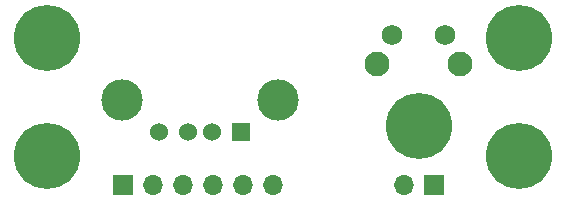
<source format=gbs>
G04 #@! TF.GenerationSoftware,KiCad,Pcbnew,5.1.9+dfsg1-1*
G04 #@! TF.CreationDate,2023-03-06T16:39:16+09:00*
G04 #@! TF.ProjectId,tablet-usb-adapter,7461626c-6574-42d7-9573-622d61646170,rev?*
G04 #@! TF.SameCoordinates,Original*
G04 #@! TF.FileFunction,Soldermask,Bot*
G04 #@! TF.FilePolarity,Negative*
%FSLAX46Y46*%
G04 Gerber Fmt 4.6, Leading zero omitted, Abs format (unit mm)*
G04 Created by KiCad (PCBNEW 5.1.9+dfsg1-1) date 2023-03-06 16:39:16*
%MOMM*%
%LPD*%
G01*
G04 APERTURE LIST*
%ADD10C,5.600000*%
%ADD11R,1.700000X1.700000*%
%ADD12O,1.700000X1.700000*%
%ADD13C,3.500000*%
%ADD14R,1.524000X1.524000*%
%ADD15C,1.524000*%
%ADD16C,2.100000*%
%ADD17C,1.750000*%
G04 APERTURE END LIST*
D10*
X151500000Y-117500000D03*
X160000000Y-120000000D03*
X160000000Y-110000000D03*
X120000000Y-120000000D03*
X120000000Y-110000000D03*
D11*
X152790000Y-122500000D03*
D12*
X150250000Y-122500000D03*
D11*
X126500000Y-122500000D03*
D12*
X129040000Y-122500000D03*
X131580000Y-122500000D03*
X134120000Y-122500000D03*
X136660000Y-122500000D03*
X139200000Y-122500000D03*
D13*
X126430000Y-115290000D03*
X139570000Y-115290000D03*
D14*
X136500000Y-118000000D03*
D15*
X134000000Y-118000000D03*
X132000000Y-118000000D03*
X129500000Y-118000000D03*
D16*
X155010000Y-112240000D03*
D17*
X153750000Y-109750000D03*
X149250000Y-109750000D03*
D16*
X148000000Y-112240000D03*
M02*

</source>
